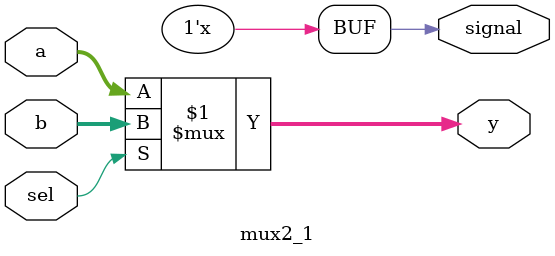
<source format=v>
module mux2_1( sel, a, b, y, signal );
    parameter bitwidth=32;
    input sel;
    input  [bitwidth-1:0] a, b;
    output [bitwidth-1:0] y;
	
	output reg signal ;

    assign y = sel ? b : a;
	
	initial signal = 1'b0 ; 
	
	always @( sel ) 
	begin 
		signal = ~signal ; 
	end 
	
endmodule
</source>
